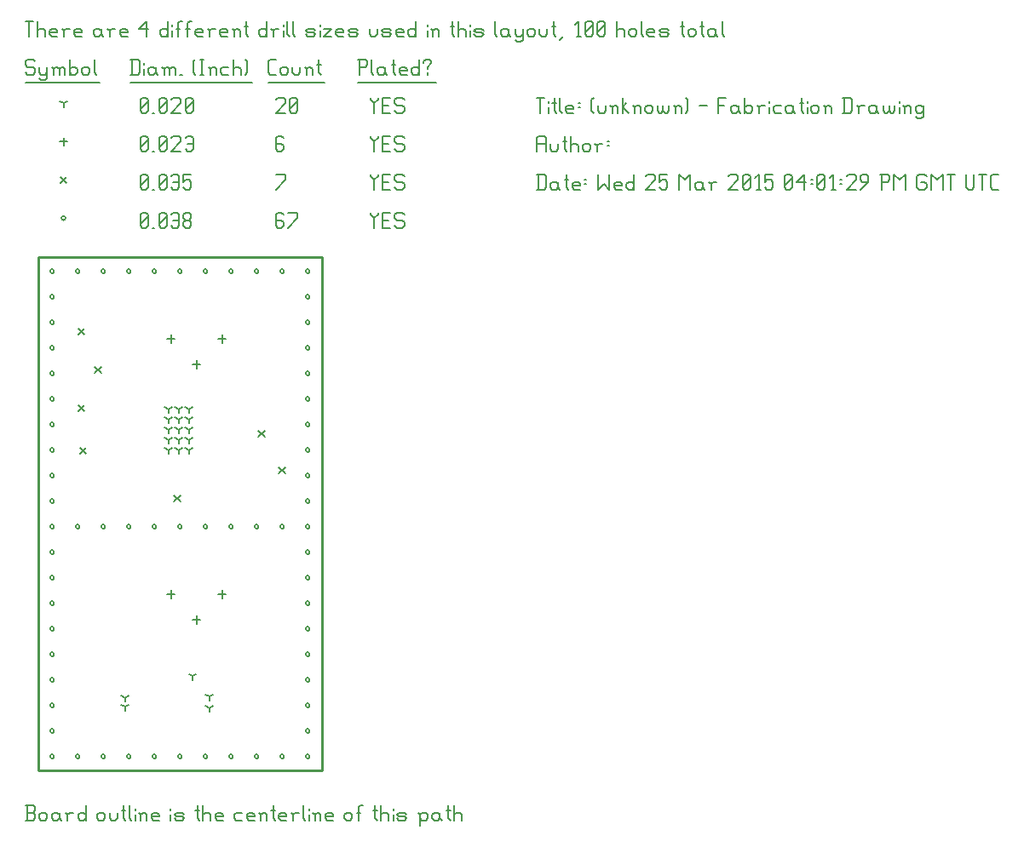
<source format=gbr>
G04 start of page 12 for group -3984 idx -3984 *
G04 Title: (unknown), fab *
G04 Creator: pcb 20140316 *
G04 CreationDate: Wed 25 Mar 2015 04:01:29 PM GMT UTC *
G04 For: fosse *
G04 Format: Gerber/RS-274X *
G04 PCB-Dimensions (mil): 1250.00 2150.00 *
G04 PCB-Coordinate-Origin: lower left *
%MOIN*%
%FSLAX25Y25*%
%LNFAB*%
%ADD77C,0.0100*%
%ADD76C,0.0060*%
%ADD75C,0.0080*%
G54D75*X9700Y205500D02*G75*G03X11300Y205500I800J0D01*G01*
G75*G03X9700Y205500I-800J0D01*G01*
Y195500D02*G75*G03X11300Y195500I800J0D01*G01*
G75*G03X9700Y195500I-800J0D01*G01*
Y185500D02*G75*G03X11300Y185500I800J0D01*G01*
G75*G03X9700Y185500I-800J0D01*G01*
Y175500D02*G75*G03X11300Y175500I800J0D01*G01*
G75*G03X9700Y175500I-800J0D01*G01*
Y165500D02*G75*G03X11300Y165500I800J0D01*G01*
G75*G03X9700Y165500I-800J0D01*G01*
Y155500D02*G75*G03X11300Y155500I800J0D01*G01*
G75*G03X9700Y155500I-800J0D01*G01*
Y145500D02*G75*G03X11300Y145500I800J0D01*G01*
G75*G03X9700Y145500I-800J0D01*G01*
Y135500D02*G75*G03X11300Y135500I800J0D01*G01*
G75*G03X9700Y135500I-800J0D01*G01*
Y125500D02*G75*G03X11300Y125500I800J0D01*G01*
G75*G03X9700Y125500I-800J0D01*G01*
Y115500D02*G75*G03X11300Y115500I800J0D01*G01*
G75*G03X9700Y115500I-800J0D01*G01*
Y105500D02*G75*G03X11300Y105500I800J0D01*G01*
G75*G03X9700Y105500I-800J0D01*G01*
Y95500D02*G75*G03X11300Y95500I800J0D01*G01*
G75*G03X9700Y95500I-800J0D01*G01*
Y85500D02*G75*G03X11300Y85500I800J0D01*G01*
G75*G03X9700Y85500I-800J0D01*G01*
Y75500D02*G75*G03X11300Y75500I800J0D01*G01*
G75*G03X9700Y75500I-800J0D01*G01*
Y65500D02*G75*G03X11300Y65500I800J0D01*G01*
G75*G03X9700Y65500I-800J0D01*G01*
Y55500D02*G75*G03X11300Y55500I800J0D01*G01*
G75*G03X9700Y55500I-800J0D01*G01*
Y45500D02*G75*G03X11300Y45500I800J0D01*G01*
G75*G03X9700Y45500I-800J0D01*G01*
Y35500D02*G75*G03X11300Y35500I800J0D01*G01*
G75*G03X9700Y35500I-800J0D01*G01*
Y25500D02*G75*G03X11300Y25500I800J0D01*G01*
G75*G03X9700Y25500I-800J0D01*G01*
Y15500D02*G75*G03X11300Y15500I800J0D01*G01*
G75*G03X9700Y15500I-800J0D01*G01*
X109700Y205500D02*G75*G03X111300Y205500I800J0D01*G01*
G75*G03X109700Y205500I-800J0D01*G01*
Y195500D02*G75*G03X111300Y195500I800J0D01*G01*
G75*G03X109700Y195500I-800J0D01*G01*
Y185500D02*G75*G03X111300Y185500I800J0D01*G01*
G75*G03X109700Y185500I-800J0D01*G01*
Y175500D02*G75*G03X111300Y175500I800J0D01*G01*
G75*G03X109700Y175500I-800J0D01*G01*
Y165500D02*G75*G03X111300Y165500I800J0D01*G01*
G75*G03X109700Y165500I-800J0D01*G01*
Y155500D02*G75*G03X111300Y155500I800J0D01*G01*
G75*G03X109700Y155500I-800J0D01*G01*
Y145500D02*G75*G03X111300Y145500I800J0D01*G01*
G75*G03X109700Y145500I-800J0D01*G01*
Y135500D02*G75*G03X111300Y135500I800J0D01*G01*
G75*G03X109700Y135500I-800J0D01*G01*
Y125500D02*G75*G03X111300Y125500I800J0D01*G01*
G75*G03X109700Y125500I-800J0D01*G01*
Y115500D02*G75*G03X111300Y115500I800J0D01*G01*
G75*G03X109700Y115500I-800J0D01*G01*
Y105500D02*G75*G03X111300Y105500I800J0D01*G01*
G75*G03X109700Y105500I-800J0D01*G01*
Y95500D02*G75*G03X111300Y95500I800J0D01*G01*
G75*G03X109700Y95500I-800J0D01*G01*
Y85500D02*G75*G03X111300Y85500I800J0D01*G01*
G75*G03X109700Y85500I-800J0D01*G01*
Y75500D02*G75*G03X111300Y75500I800J0D01*G01*
G75*G03X109700Y75500I-800J0D01*G01*
Y65500D02*G75*G03X111300Y65500I800J0D01*G01*
G75*G03X109700Y65500I-800J0D01*G01*
Y55500D02*G75*G03X111300Y55500I800J0D01*G01*
G75*G03X109700Y55500I-800J0D01*G01*
Y45500D02*G75*G03X111300Y45500I800J0D01*G01*
G75*G03X109700Y45500I-800J0D01*G01*
Y35500D02*G75*G03X111300Y35500I800J0D01*G01*
G75*G03X109700Y35500I-800J0D01*G01*
Y25500D02*G75*G03X111300Y25500I800J0D01*G01*
G75*G03X109700Y25500I-800J0D01*G01*
Y15500D02*G75*G03X111300Y15500I800J0D01*G01*
G75*G03X109700Y15500I-800J0D01*G01*
X19700D02*G75*G03X21300Y15500I800J0D01*G01*
G75*G03X19700Y15500I-800J0D01*G01*
X29700D02*G75*G03X31300Y15500I800J0D01*G01*
G75*G03X29700Y15500I-800J0D01*G01*
X39700D02*G75*G03X41300Y15500I800J0D01*G01*
G75*G03X39700Y15500I-800J0D01*G01*
X49700D02*G75*G03X51300Y15500I800J0D01*G01*
G75*G03X49700Y15500I-800J0D01*G01*
X59700D02*G75*G03X61300Y15500I800J0D01*G01*
G75*G03X59700Y15500I-800J0D01*G01*
X69700D02*G75*G03X71300Y15500I800J0D01*G01*
G75*G03X69700Y15500I-800J0D01*G01*
X79700D02*G75*G03X81300Y15500I800J0D01*G01*
G75*G03X79700Y15500I-800J0D01*G01*
X89700D02*G75*G03X91300Y15500I800J0D01*G01*
G75*G03X89700Y15500I-800J0D01*G01*
X99700D02*G75*G03X101300Y15500I800J0D01*G01*
G75*G03X99700Y15500I-800J0D01*G01*
X19700Y105500D02*G75*G03X21300Y105500I800J0D01*G01*
G75*G03X19700Y105500I-800J0D01*G01*
X29700D02*G75*G03X31300Y105500I800J0D01*G01*
G75*G03X29700Y105500I-800J0D01*G01*
X39700D02*G75*G03X41300Y105500I800J0D01*G01*
G75*G03X39700Y105500I-800J0D01*G01*
X49700D02*G75*G03X51300Y105500I800J0D01*G01*
G75*G03X49700Y105500I-800J0D01*G01*
X59700D02*G75*G03X61300Y105500I800J0D01*G01*
G75*G03X59700Y105500I-800J0D01*G01*
X69700D02*G75*G03X71300Y105500I800J0D01*G01*
G75*G03X69700Y105500I-800J0D01*G01*
X79700D02*G75*G03X81300Y105500I800J0D01*G01*
G75*G03X79700Y105500I-800J0D01*G01*
X89700D02*G75*G03X91300Y105500I800J0D01*G01*
G75*G03X89700Y105500I-800J0D01*G01*
X99700D02*G75*G03X101300Y105500I800J0D01*G01*
G75*G03X99700Y105500I-800J0D01*G01*
X19700Y205500D02*G75*G03X21300Y205500I800J0D01*G01*
G75*G03X19700Y205500I-800J0D01*G01*
X29700D02*G75*G03X31300Y205500I800J0D01*G01*
G75*G03X29700Y205500I-800J0D01*G01*
X39700D02*G75*G03X41300Y205500I800J0D01*G01*
G75*G03X39700Y205500I-800J0D01*G01*
X49700D02*G75*G03X51300Y205500I800J0D01*G01*
G75*G03X49700Y205500I-800J0D01*G01*
X59700D02*G75*G03X61300Y205500I800J0D01*G01*
G75*G03X59700Y205500I-800J0D01*G01*
X69700D02*G75*G03X71300Y205500I800J0D01*G01*
G75*G03X69700Y205500I-800J0D01*G01*
X79700D02*G75*G03X81300Y205500I800J0D01*G01*
G75*G03X79700Y205500I-800J0D01*G01*
X89700D02*G75*G03X91300Y205500I800J0D01*G01*
G75*G03X89700Y205500I-800J0D01*G01*
X99700D02*G75*G03X101300Y205500I800J0D01*G01*
G75*G03X99700Y205500I-800J0D01*G01*
X14200Y226250D02*G75*G03X15800Y226250I800J0D01*G01*
G75*G03X14200Y226250I-800J0D01*G01*
G54D76*X135000Y228500D02*Y227750D01*
X136500Y226250D01*
X138000Y227750D01*
Y228500D02*Y227750D01*
X136500Y226250D02*Y222500D01*
X139800Y225500D02*X142050D01*
X139800Y222500D02*X142800D01*
X139800Y228500D02*Y222500D01*
Y228500D02*X142800D01*
X147600D02*X148350Y227750D01*
X145350Y228500D02*X147600D01*
X144600Y227750D02*X145350Y228500D01*
X144600Y227750D02*Y226250D01*
X145350Y225500D01*
X147600D01*
X148350Y224750D01*
Y223250D01*
X147600Y222500D02*X148350Y223250D01*
X145350Y222500D02*X147600D01*
X144600Y223250D02*X145350Y222500D01*
X100250Y228500D02*X101000Y227750D01*
X98750Y228500D02*X100250D01*
X98000Y227750D02*X98750Y228500D01*
X98000Y227750D02*Y223250D01*
X98750Y222500D01*
X100250Y225500D02*X101000Y224750D01*
X98000Y225500D02*X100250D01*
X98750Y222500D02*X100250D01*
X101000Y223250D01*
Y224750D02*Y223250D01*
X102800Y222500D02*X106550Y226250D01*
Y228500D02*Y226250D01*
X102800Y228500D02*X106550D01*
X45000Y223250D02*X45750Y222500D01*
X45000Y227750D02*Y223250D01*
Y227750D02*X45750Y228500D01*
X47250D01*
X48000Y227750D01*
Y223250D01*
X47250Y222500D02*X48000Y223250D01*
X45750Y222500D02*X47250D01*
X45000Y224000D02*X48000Y227000D01*
X49800Y222500D02*X50550D01*
X52350Y223250D02*X53100Y222500D01*
X52350Y227750D02*Y223250D01*
Y227750D02*X53100Y228500D01*
X54600D01*
X55350Y227750D01*
Y223250D01*
X54600Y222500D02*X55350Y223250D01*
X53100Y222500D02*X54600D01*
X52350Y224000D02*X55350Y227000D01*
X57150Y227750D02*X57900Y228500D01*
X59400D01*
X60150Y227750D01*
Y223250D01*
X59400Y222500D02*X60150Y223250D01*
X57900Y222500D02*X59400D01*
X57150Y223250D02*X57900Y222500D01*
Y225500D02*X60150D01*
X61950Y223250D02*X62700Y222500D01*
X61950Y224750D02*Y223250D01*
Y224750D02*X62700Y225500D01*
X64200D01*
X64950Y224750D01*
Y223250D01*
X64200Y222500D02*X64950Y223250D01*
X62700Y222500D02*X64200D01*
X61950Y226250D02*X62700Y225500D01*
X61950Y227750D02*Y226250D01*
Y227750D02*X62700Y228500D01*
X64200D01*
X64950Y227750D01*
Y226250D01*
X64200Y225500D02*X64950Y226250D01*
X20800Y153200D02*X23200Y150800D01*
X20800D02*X23200Y153200D01*
X20800Y183200D02*X23200Y180800D01*
X20800D02*X23200Y183200D01*
X58300Y117700D02*X60700Y115300D01*
X58300D02*X60700Y117700D01*
X21550Y136450D02*X23950Y134050D01*
X21550D02*X23950Y136450D01*
X99300Y128700D02*X101700Y126300D01*
X99300D02*X101700Y128700D01*
X27300Y168200D02*X29700Y165800D01*
X27300D02*X29700Y168200D01*
X91300Y143200D02*X93700Y140800D01*
X91300D02*X93700Y143200D01*
X13800Y242450D02*X16200Y240050D01*
X13800D02*X16200Y242450D01*
X135000Y243500D02*Y242750D01*
X136500Y241250D01*
X138000Y242750D01*
Y243500D02*Y242750D01*
X136500Y241250D02*Y237500D01*
X139800Y240500D02*X142050D01*
X139800Y237500D02*X142800D01*
X139800Y243500D02*Y237500D01*
Y243500D02*X142800D01*
X147600D02*X148350Y242750D01*
X145350Y243500D02*X147600D01*
X144600Y242750D02*X145350Y243500D01*
X144600Y242750D02*Y241250D01*
X145350Y240500D01*
X147600D01*
X148350Y239750D01*
Y238250D01*
X147600Y237500D02*X148350Y238250D01*
X145350Y237500D02*X147600D01*
X144600Y238250D02*X145350Y237500D01*
X98000D02*X101750Y241250D01*
Y243500D02*Y241250D01*
X98000Y243500D02*X101750D01*
X45000Y238250D02*X45750Y237500D01*
X45000Y242750D02*Y238250D01*
Y242750D02*X45750Y243500D01*
X47250D01*
X48000Y242750D01*
Y238250D01*
X47250Y237500D02*X48000Y238250D01*
X45750Y237500D02*X47250D01*
X45000Y239000D02*X48000Y242000D01*
X49800Y237500D02*X50550D01*
X52350Y238250D02*X53100Y237500D01*
X52350Y242750D02*Y238250D01*
Y242750D02*X53100Y243500D01*
X54600D01*
X55350Y242750D01*
Y238250D01*
X54600Y237500D02*X55350Y238250D01*
X53100Y237500D02*X54600D01*
X52350Y239000D02*X55350Y242000D01*
X57150Y242750D02*X57900Y243500D01*
X59400D01*
X60150Y242750D01*
Y238250D01*
X59400Y237500D02*X60150Y238250D01*
X57900Y237500D02*X59400D01*
X57150Y238250D02*X57900Y237500D01*
Y240500D02*X60150D01*
X61950Y243500D02*X64950D01*
X61950D02*Y240500D01*
X62700Y241250D01*
X64200D01*
X64950Y240500D01*
Y238250D01*
X64200Y237500D02*X64950Y238250D01*
X62700Y237500D02*X64200D01*
X61950Y238250D02*X62700Y237500D01*
X57000Y80600D02*Y77400D01*
X55400Y79000D02*X58600D01*
X77000Y80600D02*Y77400D01*
X75400Y79000D02*X78600D01*
X67000Y70600D02*Y67400D01*
X65400Y69000D02*X68600D01*
X57000Y180600D02*Y177400D01*
X55400Y179000D02*X58600D01*
X77000Y180600D02*Y177400D01*
X75400Y179000D02*X78600D01*
X67000Y170600D02*Y167400D01*
X65400Y169000D02*X68600D01*
X15000Y257850D02*Y254650D01*
X13400Y256250D02*X16600D01*
X135000Y258500D02*Y257750D01*
X136500Y256250D01*
X138000Y257750D01*
Y258500D02*Y257750D01*
X136500Y256250D02*Y252500D01*
X139800Y255500D02*X142050D01*
X139800Y252500D02*X142800D01*
X139800Y258500D02*Y252500D01*
Y258500D02*X142800D01*
X147600D02*X148350Y257750D01*
X145350Y258500D02*X147600D01*
X144600Y257750D02*X145350Y258500D01*
X144600Y257750D02*Y256250D01*
X145350Y255500D01*
X147600D01*
X148350Y254750D01*
Y253250D01*
X147600Y252500D02*X148350Y253250D01*
X145350Y252500D02*X147600D01*
X144600Y253250D02*X145350Y252500D01*
X100250Y258500D02*X101000Y257750D01*
X98750Y258500D02*X100250D01*
X98000Y257750D02*X98750Y258500D01*
X98000Y257750D02*Y253250D01*
X98750Y252500D01*
X100250Y255500D02*X101000Y254750D01*
X98000Y255500D02*X100250D01*
X98750Y252500D02*X100250D01*
X101000Y253250D01*
Y254750D02*Y253250D01*
X45000D02*X45750Y252500D01*
X45000Y257750D02*Y253250D01*
Y257750D02*X45750Y258500D01*
X47250D01*
X48000Y257750D01*
Y253250D01*
X47250Y252500D02*X48000Y253250D01*
X45750Y252500D02*X47250D01*
X45000Y254000D02*X48000Y257000D01*
X49800Y252500D02*X50550D01*
X52350Y253250D02*X53100Y252500D01*
X52350Y257750D02*Y253250D01*
Y257750D02*X53100Y258500D01*
X54600D01*
X55350Y257750D01*
Y253250D01*
X54600Y252500D02*X55350Y253250D01*
X53100Y252500D02*X54600D01*
X52350Y254000D02*X55350Y257000D01*
X57150Y257750D02*X57900Y258500D01*
X60150D01*
X60900Y257750D01*
Y256250D01*
X57150Y252500D02*X60900Y256250D01*
X57150Y252500D02*X60900D01*
X62700Y257750D02*X63450Y258500D01*
X64950D01*
X65700Y257750D01*
Y253250D01*
X64950Y252500D02*X65700Y253250D01*
X63450Y252500D02*X64950D01*
X62700Y253250D02*X63450Y252500D01*
Y255500D02*X65700D01*
X64000Y151500D02*Y149900D01*
Y151500D02*X65387Y152300D01*
X64000Y151500D02*X62613Y152300D01*
X60000Y151500D02*Y149900D01*
Y151500D02*X61387Y152300D01*
X60000Y151500D02*X58613Y152300D01*
X56000Y151500D02*Y149900D01*
Y151500D02*X57387Y152300D01*
X56000Y151500D02*X54613Y152300D01*
X56000Y147500D02*Y145900D01*
Y147500D02*X57387Y148300D01*
X56000Y147500D02*X54613Y148300D01*
X60000Y147500D02*Y145900D01*
Y147500D02*X61387Y148300D01*
X60000Y147500D02*X58613Y148300D01*
X64000Y147500D02*Y145900D01*
Y147500D02*X65387Y148300D01*
X64000Y147500D02*X62613Y148300D01*
X64000Y143500D02*Y141900D01*
Y143500D02*X65387Y144300D01*
X64000Y143500D02*X62613Y144300D01*
X60000Y143500D02*Y141900D01*
Y143500D02*X61387Y144300D01*
X60000Y143500D02*X58613Y144300D01*
X56000Y143500D02*Y141900D01*
Y143500D02*X57387Y144300D01*
X56000Y143500D02*X54613Y144300D01*
X56000Y139500D02*Y137900D01*
Y139500D02*X57387Y140300D01*
X56000Y139500D02*X54613Y140300D01*
X60000Y139500D02*Y137900D01*
Y139500D02*X61387Y140300D01*
X60000Y139500D02*X58613Y140300D01*
X64000Y139500D02*Y137900D01*
Y139500D02*X65387Y140300D01*
X64000Y139500D02*X62613Y140300D01*
X64000Y135500D02*Y133900D01*
Y135500D02*X65387Y136300D01*
X64000Y135500D02*X62613Y136300D01*
X60000Y135500D02*Y133900D01*
Y135500D02*X61387Y136300D01*
X60000Y135500D02*X58613Y136300D01*
X56000Y135500D02*Y133900D01*
Y135500D02*X57387Y136300D01*
X56000Y135500D02*X54613Y136300D01*
X72000Y39000D02*Y37400D01*
Y39000D02*X73387Y39800D01*
X72000Y39000D02*X70613Y39800D01*
X39000Y35000D02*Y33400D01*
Y35000D02*X40387Y35800D01*
X39000Y35000D02*X37613Y35800D01*
X39000Y38500D02*Y36900D01*
Y38500D02*X40387Y39300D01*
X39000Y38500D02*X37613Y39300D01*
X72000Y34500D02*Y32900D01*
Y34500D02*X73387Y35300D01*
X72000Y34500D02*X70613Y35300D01*
X65500Y47000D02*Y45400D01*
Y47000D02*X66887Y47800D01*
X65500Y47000D02*X64113Y47800D01*
X15000Y271250D02*Y269650D01*
Y271250D02*X16387Y272050D01*
X15000Y271250D02*X13613Y272050D01*
X135000Y273500D02*Y272750D01*
X136500Y271250D01*
X138000Y272750D01*
Y273500D02*Y272750D01*
X136500Y271250D02*Y267500D01*
X139800Y270500D02*X142050D01*
X139800Y267500D02*X142800D01*
X139800Y273500D02*Y267500D01*
Y273500D02*X142800D01*
X147600D02*X148350Y272750D01*
X145350Y273500D02*X147600D01*
X144600Y272750D02*X145350Y273500D01*
X144600Y272750D02*Y271250D01*
X145350Y270500D01*
X147600D01*
X148350Y269750D01*
Y268250D01*
X147600Y267500D02*X148350Y268250D01*
X145350Y267500D02*X147600D01*
X144600Y268250D02*X145350Y267500D01*
X98000Y272750D02*X98750Y273500D01*
X101000D01*
X101750Y272750D01*
Y271250D01*
X98000Y267500D02*X101750Y271250D01*
X98000Y267500D02*X101750D01*
X103550Y268250D02*X104300Y267500D01*
X103550Y272750D02*Y268250D01*
Y272750D02*X104300Y273500D01*
X105800D01*
X106550Y272750D01*
Y268250D01*
X105800Y267500D02*X106550Y268250D01*
X104300Y267500D02*X105800D01*
X103550Y269000D02*X106550Y272000D01*
X45000Y268250D02*X45750Y267500D01*
X45000Y272750D02*Y268250D01*
Y272750D02*X45750Y273500D01*
X47250D01*
X48000Y272750D01*
Y268250D01*
X47250Y267500D02*X48000Y268250D01*
X45750Y267500D02*X47250D01*
X45000Y269000D02*X48000Y272000D01*
X49800Y267500D02*X50550D01*
X52350Y268250D02*X53100Y267500D01*
X52350Y272750D02*Y268250D01*
Y272750D02*X53100Y273500D01*
X54600D01*
X55350Y272750D01*
Y268250D01*
X54600Y267500D02*X55350Y268250D01*
X53100Y267500D02*X54600D01*
X52350Y269000D02*X55350Y272000D01*
X57150Y272750D02*X57900Y273500D01*
X60150D01*
X60900Y272750D01*
Y271250D01*
X57150Y267500D02*X60900Y271250D01*
X57150Y267500D02*X60900D01*
X62700Y268250D02*X63450Y267500D01*
X62700Y272750D02*Y268250D01*
Y272750D02*X63450Y273500D01*
X64950D01*
X65700Y272750D01*
Y268250D01*
X64950Y267500D02*X65700Y268250D01*
X63450Y267500D02*X64950D01*
X62700Y269000D02*X65700Y272000D01*
X3000Y288500D02*X3750Y287750D01*
X750Y288500D02*X3000D01*
X0Y287750D02*X750Y288500D01*
X0Y287750D02*Y286250D01*
X750Y285500D01*
X3000D01*
X3750Y284750D01*
Y283250D01*
X3000Y282500D02*X3750Y283250D01*
X750Y282500D02*X3000D01*
X0Y283250D02*X750Y282500D01*
X5550Y285500D02*Y283250D01*
X6300Y282500D01*
X8550Y285500D02*Y281000D01*
X7800Y280250D02*X8550Y281000D01*
X6300Y280250D02*X7800D01*
X5550Y281000D02*X6300Y280250D01*
Y282500D02*X7800D01*
X8550Y283250D01*
X11100Y284750D02*Y282500D01*
Y284750D02*X11850Y285500D01*
X12600D01*
X13350Y284750D01*
Y282500D01*
Y284750D02*X14100Y285500D01*
X14850D01*
X15600Y284750D01*
Y282500D01*
X10350Y285500D02*X11100Y284750D01*
X17400Y288500D02*Y282500D01*
Y283250D02*X18150Y282500D01*
X19650D01*
X20400Y283250D01*
Y284750D02*Y283250D01*
X19650Y285500D02*X20400Y284750D01*
X18150Y285500D02*X19650D01*
X17400Y284750D02*X18150Y285500D01*
X22200Y284750D02*Y283250D01*
Y284750D02*X22950Y285500D01*
X24450D01*
X25200Y284750D01*
Y283250D01*
X24450Y282500D02*X25200Y283250D01*
X22950Y282500D02*X24450D01*
X22200Y283250D02*X22950Y282500D01*
X27000Y288500D02*Y283250D01*
X27750Y282500D01*
X0Y279250D02*X29250D01*
X41750Y288500D02*Y282500D01*
X44000Y288500D02*X44750Y287750D01*
Y283250D01*
X44000Y282500D02*X44750Y283250D01*
X41000Y282500D02*X44000D01*
X41000Y288500D02*X44000D01*
X46550Y287000D02*Y286250D01*
Y284750D02*Y282500D01*
X50300Y285500D02*X51050Y284750D01*
X48800Y285500D02*X50300D01*
X48050Y284750D02*X48800Y285500D01*
X48050Y284750D02*Y283250D01*
X48800Y282500D01*
X51050Y285500D02*Y283250D01*
X51800Y282500D01*
X48800D02*X50300D01*
X51050Y283250D01*
X54350Y284750D02*Y282500D01*
Y284750D02*X55100Y285500D01*
X55850D01*
X56600Y284750D01*
Y282500D01*
Y284750D02*X57350Y285500D01*
X58100D01*
X58850Y284750D01*
Y282500D01*
X53600Y285500D02*X54350Y284750D01*
X60650Y282500D02*X61400D01*
X65900Y283250D02*X66650Y282500D01*
X65900Y287750D02*X66650Y288500D01*
X65900Y287750D02*Y283250D01*
X68450Y288500D02*X69950D01*
X69200D02*Y282500D01*
X68450D02*X69950D01*
X72500Y284750D02*Y282500D01*
Y284750D02*X73250Y285500D01*
X74000D01*
X74750Y284750D01*
Y282500D01*
X71750Y285500D02*X72500Y284750D01*
X77300Y285500D02*X79550D01*
X76550Y284750D02*X77300Y285500D01*
X76550Y284750D02*Y283250D01*
X77300Y282500D01*
X79550D01*
X81350Y288500D02*Y282500D01*
Y284750D02*X82100Y285500D01*
X83600D01*
X84350Y284750D01*
Y282500D01*
X86150Y288500D02*X86900Y287750D01*
Y283250D01*
X86150Y282500D02*X86900Y283250D01*
X41000Y279250D02*X88700D01*
X95750Y282500D02*X98000D01*
X95000Y283250D02*X95750Y282500D01*
X95000Y287750D02*Y283250D01*
Y287750D02*X95750Y288500D01*
X98000D01*
X99800Y284750D02*Y283250D01*
Y284750D02*X100550Y285500D01*
X102050D01*
X102800Y284750D01*
Y283250D01*
X102050Y282500D02*X102800Y283250D01*
X100550Y282500D02*X102050D01*
X99800Y283250D02*X100550Y282500D01*
X104600Y285500D02*Y283250D01*
X105350Y282500D01*
X106850D01*
X107600Y283250D01*
Y285500D02*Y283250D01*
X110150Y284750D02*Y282500D01*
Y284750D02*X110900Y285500D01*
X111650D01*
X112400Y284750D01*
Y282500D01*
X109400Y285500D02*X110150Y284750D01*
X114950Y288500D02*Y283250D01*
X115700Y282500D01*
X114200Y286250D02*X115700D01*
X95000Y279250D02*X117200D01*
X130750Y288500D02*Y282500D01*
X130000Y288500D02*X133000D01*
X133750Y287750D01*
Y286250D01*
X133000Y285500D02*X133750Y286250D01*
X130750Y285500D02*X133000D01*
X135550Y288500D02*Y283250D01*
X136300Y282500D01*
X140050Y285500D02*X140800Y284750D01*
X138550Y285500D02*X140050D01*
X137800Y284750D02*X138550Y285500D01*
X137800Y284750D02*Y283250D01*
X138550Y282500D01*
X140800Y285500D02*Y283250D01*
X141550Y282500D01*
X138550D02*X140050D01*
X140800Y283250D01*
X144100Y288500D02*Y283250D01*
X144850Y282500D01*
X143350Y286250D02*X144850D01*
X147100Y282500D02*X149350D01*
X146350Y283250D02*X147100Y282500D01*
X146350Y284750D02*Y283250D01*
Y284750D02*X147100Y285500D01*
X148600D01*
X149350Y284750D01*
X146350Y284000D02*X149350D01*
Y284750D02*Y284000D01*
X154150Y288500D02*Y282500D01*
X153400D02*X154150Y283250D01*
X151900Y282500D02*X153400D01*
X151150Y283250D02*X151900Y282500D01*
X151150Y284750D02*Y283250D01*
Y284750D02*X151900Y285500D01*
X153400D01*
X154150Y284750D01*
X157450Y285500D02*Y284750D01*
Y283250D02*Y282500D01*
X155950Y287750D02*Y287000D01*
Y287750D02*X156700Y288500D01*
X158200D01*
X158950Y287750D01*
Y287000D01*
X157450Y285500D02*X158950Y287000D01*
X130000Y279250D02*X160750D01*
X0Y303500D02*X3000D01*
X1500D02*Y297500D01*
X4800Y303500D02*Y297500D01*
Y299750D02*X5550Y300500D01*
X7050D01*
X7800Y299750D01*
Y297500D01*
X10350D02*X12600D01*
X9600Y298250D02*X10350Y297500D01*
X9600Y299750D02*Y298250D01*
Y299750D02*X10350Y300500D01*
X11850D01*
X12600Y299750D01*
X9600Y299000D02*X12600D01*
Y299750D02*Y299000D01*
X15150Y299750D02*Y297500D01*
Y299750D02*X15900Y300500D01*
X17400D01*
X14400D02*X15150Y299750D01*
X19950Y297500D02*X22200D01*
X19200Y298250D02*X19950Y297500D01*
X19200Y299750D02*Y298250D01*
Y299750D02*X19950Y300500D01*
X21450D01*
X22200Y299750D01*
X19200Y299000D02*X22200D01*
Y299750D02*Y299000D01*
X28950Y300500D02*X29700Y299750D01*
X27450Y300500D02*X28950D01*
X26700Y299750D02*X27450Y300500D01*
X26700Y299750D02*Y298250D01*
X27450Y297500D01*
X29700Y300500D02*Y298250D01*
X30450Y297500D01*
X27450D02*X28950D01*
X29700Y298250D01*
X33000Y299750D02*Y297500D01*
Y299750D02*X33750Y300500D01*
X35250D01*
X32250D02*X33000Y299750D01*
X37800Y297500D02*X40050D01*
X37050Y298250D02*X37800Y297500D01*
X37050Y299750D02*Y298250D01*
Y299750D02*X37800Y300500D01*
X39300D01*
X40050Y299750D01*
X37050Y299000D02*X40050D01*
Y299750D02*Y299000D01*
X44550Y300500D02*X47550Y303500D01*
X44550Y300500D02*X48300D01*
X47550Y303500D02*Y297500D01*
X55800Y303500D02*Y297500D01*
X55050D02*X55800Y298250D01*
X53550Y297500D02*X55050D01*
X52800Y298250D02*X53550Y297500D01*
X52800Y299750D02*Y298250D01*
Y299750D02*X53550Y300500D01*
X55050D01*
X55800Y299750D01*
X57600Y302000D02*Y301250D01*
Y299750D02*Y297500D01*
X59850Y302750D02*Y297500D01*
Y302750D02*X60600Y303500D01*
X61350D01*
X59100Y300500D02*X60600D01*
X63600Y302750D02*Y297500D01*
Y302750D02*X64350Y303500D01*
X65100D01*
X62850Y300500D02*X64350D01*
X67350Y297500D02*X69600D01*
X66600Y298250D02*X67350Y297500D01*
X66600Y299750D02*Y298250D01*
Y299750D02*X67350Y300500D01*
X68850D01*
X69600Y299750D01*
X66600Y299000D02*X69600D01*
Y299750D02*Y299000D01*
X72150Y299750D02*Y297500D01*
Y299750D02*X72900Y300500D01*
X74400D01*
X71400D02*X72150Y299750D01*
X76950Y297500D02*X79200D01*
X76200Y298250D02*X76950Y297500D01*
X76200Y299750D02*Y298250D01*
Y299750D02*X76950Y300500D01*
X78450D01*
X79200Y299750D01*
X76200Y299000D02*X79200D01*
Y299750D02*Y299000D01*
X81750Y299750D02*Y297500D01*
Y299750D02*X82500Y300500D01*
X83250D01*
X84000Y299750D01*
Y297500D01*
X81000Y300500D02*X81750Y299750D01*
X86550Y303500D02*Y298250D01*
X87300Y297500D01*
X85800Y301250D02*X87300D01*
X94500Y303500D02*Y297500D01*
X93750D02*X94500Y298250D01*
X92250Y297500D02*X93750D01*
X91500Y298250D02*X92250Y297500D01*
X91500Y299750D02*Y298250D01*
Y299750D02*X92250Y300500D01*
X93750D01*
X94500Y299750D01*
X97050D02*Y297500D01*
Y299750D02*X97800Y300500D01*
X99300D01*
X96300D02*X97050Y299750D01*
X101100Y302000D02*Y301250D01*
Y299750D02*Y297500D01*
X102600Y303500D02*Y298250D01*
X103350Y297500D01*
X104850Y303500D02*Y298250D01*
X105600Y297500D01*
X110550D02*X112800D01*
X113550Y298250D01*
X112800Y299000D02*X113550Y298250D01*
X110550Y299000D02*X112800D01*
X109800Y299750D02*X110550Y299000D01*
X109800Y299750D02*X110550Y300500D01*
X112800D01*
X113550Y299750D01*
X109800Y298250D02*X110550Y297500D01*
X115350Y302000D02*Y301250D01*
Y299750D02*Y297500D01*
X116850Y300500D02*X119850D01*
X116850Y297500D02*X119850Y300500D01*
X116850Y297500D02*X119850D01*
X122400D02*X124650D01*
X121650Y298250D02*X122400Y297500D01*
X121650Y299750D02*Y298250D01*
Y299750D02*X122400Y300500D01*
X123900D01*
X124650Y299750D01*
X121650Y299000D02*X124650D01*
Y299750D02*Y299000D01*
X127200Y297500D02*X129450D01*
X130200Y298250D01*
X129450Y299000D02*X130200Y298250D01*
X127200Y299000D02*X129450D01*
X126450Y299750D02*X127200Y299000D01*
X126450Y299750D02*X127200Y300500D01*
X129450D01*
X130200Y299750D01*
X126450Y298250D02*X127200Y297500D01*
X134700Y300500D02*Y298250D01*
X135450Y297500D01*
X136950D01*
X137700Y298250D01*
Y300500D02*Y298250D01*
X140250Y297500D02*X142500D01*
X143250Y298250D01*
X142500Y299000D02*X143250Y298250D01*
X140250Y299000D02*X142500D01*
X139500Y299750D02*X140250Y299000D01*
X139500Y299750D02*X140250Y300500D01*
X142500D01*
X143250Y299750D01*
X139500Y298250D02*X140250Y297500D01*
X145800D02*X148050D01*
X145050Y298250D02*X145800Y297500D01*
X145050Y299750D02*Y298250D01*
Y299750D02*X145800Y300500D01*
X147300D01*
X148050Y299750D01*
X145050Y299000D02*X148050D01*
Y299750D02*Y299000D01*
X152850Y303500D02*Y297500D01*
X152100D02*X152850Y298250D01*
X150600Y297500D02*X152100D01*
X149850Y298250D02*X150600Y297500D01*
X149850Y299750D02*Y298250D01*
Y299750D02*X150600Y300500D01*
X152100D01*
X152850Y299750D01*
X157350Y302000D02*Y301250D01*
Y299750D02*Y297500D01*
X159600Y299750D02*Y297500D01*
Y299750D02*X160350Y300500D01*
X161100D01*
X161850Y299750D01*
Y297500D01*
X158850Y300500D02*X159600Y299750D01*
X167100Y303500D02*Y298250D01*
X167850Y297500D01*
X166350Y301250D02*X167850D01*
X169350Y303500D02*Y297500D01*
Y299750D02*X170100Y300500D01*
X171600D01*
X172350Y299750D01*
Y297500D01*
X174150Y302000D02*Y301250D01*
Y299750D02*Y297500D01*
X176400D02*X178650D01*
X179400Y298250D01*
X178650Y299000D02*X179400Y298250D01*
X176400Y299000D02*X178650D01*
X175650Y299750D02*X176400Y299000D01*
X175650Y299750D02*X176400Y300500D01*
X178650D01*
X179400Y299750D01*
X175650Y298250D02*X176400Y297500D01*
X183900Y303500D02*Y298250D01*
X184650Y297500D01*
X188400Y300500D02*X189150Y299750D01*
X186900Y300500D02*X188400D01*
X186150Y299750D02*X186900Y300500D01*
X186150Y299750D02*Y298250D01*
X186900Y297500D01*
X189150Y300500D02*Y298250D01*
X189900Y297500D01*
X186900D02*X188400D01*
X189150Y298250D01*
X191700Y300500D02*Y298250D01*
X192450Y297500D01*
X194700Y300500D02*Y296000D01*
X193950Y295250D02*X194700Y296000D01*
X192450Y295250D02*X193950D01*
X191700Y296000D02*X192450Y295250D01*
Y297500D02*X193950D01*
X194700Y298250D01*
X196500Y299750D02*Y298250D01*
Y299750D02*X197250Y300500D01*
X198750D01*
X199500Y299750D01*
Y298250D01*
X198750Y297500D02*X199500Y298250D01*
X197250Y297500D02*X198750D01*
X196500Y298250D02*X197250Y297500D01*
X201300Y300500D02*Y298250D01*
X202050Y297500D01*
X203550D01*
X204300Y298250D01*
Y300500D02*Y298250D01*
X206850Y303500D02*Y298250D01*
X207600Y297500D01*
X206100Y301250D02*X207600D01*
X209100Y296000D02*X210600Y297500D01*
X215850D02*X217350D01*
X216600Y303500D02*Y297500D01*
X215100Y302000D02*X216600Y303500D01*
X219150Y298250D02*X219900Y297500D01*
X219150Y302750D02*Y298250D01*
Y302750D02*X219900Y303500D01*
X221400D01*
X222150Y302750D01*
Y298250D01*
X221400Y297500D02*X222150Y298250D01*
X219900Y297500D02*X221400D01*
X219150Y299000D02*X222150Y302000D01*
X223950Y298250D02*X224700Y297500D01*
X223950Y302750D02*Y298250D01*
Y302750D02*X224700Y303500D01*
X226200D01*
X226950Y302750D01*
Y298250D01*
X226200Y297500D02*X226950Y298250D01*
X224700Y297500D02*X226200D01*
X223950Y299000D02*X226950Y302000D01*
X231450Y303500D02*Y297500D01*
Y299750D02*X232200Y300500D01*
X233700D01*
X234450Y299750D01*
Y297500D01*
X236250Y299750D02*Y298250D01*
Y299750D02*X237000Y300500D01*
X238500D01*
X239250Y299750D01*
Y298250D01*
X238500Y297500D02*X239250Y298250D01*
X237000Y297500D02*X238500D01*
X236250Y298250D02*X237000Y297500D01*
X241050Y303500D02*Y298250D01*
X241800Y297500D01*
X244050D02*X246300D01*
X243300Y298250D02*X244050Y297500D01*
X243300Y299750D02*Y298250D01*
Y299750D02*X244050Y300500D01*
X245550D01*
X246300Y299750D01*
X243300Y299000D02*X246300D01*
Y299750D02*Y299000D01*
X248850Y297500D02*X251100D01*
X251850Y298250D01*
X251100Y299000D02*X251850Y298250D01*
X248850Y299000D02*X251100D01*
X248100Y299750D02*X248850Y299000D01*
X248100Y299750D02*X248850Y300500D01*
X251100D01*
X251850Y299750D01*
X248100Y298250D02*X248850Y297500D01*
X257100Y303500D02*Y298250D01*
X257850Y297500D01*
X256350Y301250D02*X257850D01*
X259350Y299750D02*Y298250D01*
Y299750D02*X260100Y300500D01*
X261600D01*
X262350Y299750D01*
Y298250D01*
X261600Y297500D02*X262350Y298250D01*
X260100Y297500D02*X261600D01*
X259350Y298250D02*X260100Y297500D01*
X264900Y303500D02*Y298250D01*
X265650Y297500D01*
X264150Y301250D02*X265650D01*
X269400Y300500D02*X270150Y299750D01*
X267900Y300500D02*X269400D01*
X267150Y299750D02*X267900Y300500D01*
X267150Y299750D02*Y298250D01*
X267900Y297500D01*
X270150Y300500D02*Y298250D01*
X270900Y297500D01*
X267900D02*X269400D01*
X270150Y298250D01*
X272700Y303500D02*Y298250D01*
X273450Y297500D01*
G54D77*X5000Y211000D02*X116000D01*
Y10000D01*
X5000D01*
Y211000D01*
G54D76*X0Y-9500D02*X3000D01*
X3750Y-8750D01*
Y-7250D02*Y-8750D01*
X3000Y-6500D02*X3750Y-7250D01*
X750Y-6500D02*X3000D01*
X750Y-3500D02*Y-9500D01*
X0Y-3500D02*X3000D01*
X3750Y-4250D01*
Y-5750D01*
X3000Y-6500D02*X3750Y-5750D01*
X5550Y-7250D02*Y-8750D01*
Y-7250D02*X6300Y-6500D01*
X7800D01*
X8550Y-7250D01*
Y-8750D01*
X7800Y-9500D02*X8550Y-8750D01*
X6300Y-9500D02*X7800D01*
X5550Y-8750D02*X6300Y-9500D01*
X12600Y-6500D02*X13350Y-7250D01*
X11100Y-6500D02*X12600D01*
X10350Y-7250D02*X11100Y-6500D01*
X10350Y-7250D02*Y-8750D01*
X11100Y-9500D01*
X13350Y-6500D02*Y-8750D01*
X14100Y-9500D01*
X11100D02*X12600D01*
X13350Y-8750D01*
X16650Y-7250D02*Y-9500D01*
Y-7250D02*X17400Y-6500D01*
X18900D01*
X15900D02*X16650Y-7250D01*
X23700Y-3500D02*Y-9500D01*
X22950D02*X23700Y-8750D01*
X21450Y-9500D02*X22950D01*
X20700Y-8750D02*X21450Y-9500D01*
X20700Y-7250D02*Y-8750D01*
Y-7250D02*X21450Y-6500D01*
X22950D01*
X23700Y-7250D01*
X28200D02*Y-8750D01*
Y-7250D02*X28950Y-6500D01*
X30450D01*
X31200Y-7250D01*
Y-8750D01*
X30450Y-9500D02*X31200Y-8750D01*
X28950Y-9500D02*X30450D01*
X28200Y-8750D02*X28950Y-9500D01*
X33000Y-6500D02*Y-8750D01*
X33750Y-9500D01*
X35250D01*
X36000Y-8750D01*
Y-6500D02*Y-8750D01*
X38550Y-3500D02*Y-8750D01*
X39300Y-9500D01*
X37800Y-5750D02*X39300D01*
X40800Y-3500D02*Y-8750D01*
X41550Y-9500D01*
X43050Y-5000D02*Y-5750D01*
Y-7250D02*Y-9500D01*
X45300Y-7250D02*Y-9500D01*
Y-7250D02*X46050Y-6500D01*
X46800D01*
X47550Y-7250D01*
Y-9500D01*
X44550Y-6500D02*X45300Y-7250D01*
X50100Y-9500D02*X52350D01*
X49350Y-8750D02*X50100Y-9500D01*
X49350Y-7250D02*Y-8750D01*
Y-7250D02*X50100Y-6500D01*
X51600D01*
X52350Y-7250D01*
X49350Y-8000D02*X52350D01*
Y-7250D02*Y-8000D01*
X56850Y-5000D02*Y-5750D01*
Y-7250D02*Y-9500D01*
X59100D02*X61350D01*
X62100Y-8750D01*
X61350Y-8000D02*X62100Y-8750D01*
X59100Y-8000D02*X61350D01*
X58350Y-7250D02*X59100Y-8000D01*
X58350Y-7250D02*X59100Y-6500D01*
X61350D01*
X62100Y-7250D01*
X58350Y-8750D02*X59100Y-9500D01*
X67350Y-3500D02*Y-8750D01*
X68100Y-9500D01*
X66600Y-5750D02*X68100D01*
X69600Y-3500D02*Y-9500D01*
Y-7250D02*X70350Y-6500D01*
X71850D01*
X72600Y-7250D01*
Y-9500D01*
X75150D02*X77400D01*
X74400Y-8750D02*X75150Y-9500D01*
X74400Y-7250D02*Y-8750D01*
Y-7250D02*X75150Y-6500D01*
X76650D01*
X77400Y-7250D01*
X74400Y-8000D02*X77400D01*
Y-7250D02*Y-8000D01*
X82650Y-6500D02*X84900D01*
X81900Y-7250D02*X82650Y-6500D01*
X81900Y-7250D02*Y-8750D01*
X82650Y-9500D01*
X84900D01*
X87450D02*X89700D01*
X86700Y-8750D02*X87450Y-9500D01*
X86700Y-7250D02*Y-8750D01*
Y-7250D02*X87450Y-6500D01*
X88950D01*
X89700Y-7250D01*
X86700Y-8000D02*X89700D01*
Y-7250D02*Y-8000D01*
X92250Y-7250D02*Y-9500D01*
Y-7250D02*X93000Y-6500D01*
X93750D01*
X94500Y-7250D01*
Y-9500D01*
X91500Y-6500D02*X92250Y-7250D01*
X97050Y-3500D02*Y-8750D01*
X97800Y-9500D01*
X96300Y-5750D02*X97800D01*
X100050Y-9500D02*X102300D01*
X99300Y-8750D02*X100050Y-9500D01*
X99300Y-7250D02*Y-8750D01*
Y-7250D02*X100050Y-6500D01*
X101550D01*
X102300Y-7250D01*
X99300Y-8000D02*X102300D01*
Y-7250D02*Y-8000D01*
X104850Y-7250D02*Y-9500D01*
Y-7250D02*X105600Y-6500D01*
X107100D01*
X104100D02*X104850Y-7250D01*
X108900Y-3500D02*Y-8750D01*
X109650Y-9500D01*
X111150Y-5000D02*Y-5750D01*
Y-7250D02*Y-9500D01*
X113400Y-7250D02*Y-9500D01*
Y-7250D02*X114150Y-6500D01*
X114900D01*
X115650Y-7250D01*
Y-9500D01*
X112650Y-6500D02*X113400Y-7250D01*
X118200Y-9500D02*X120450D01*
X117450Y-8750D02*X118200Y-9500D01*
X117450Y-7250D02*Y-8750D01*
Y-7250D02*X118200Y-6500D01*
X119700D01*
X120450Y-7250D01*
X117450Y-8000D02*X120450D01*
Y-7250D02*Y-8000D01*
X124950Y-7250D02*Y-8750D01*
Y-7250D02*X125700Y-6500D01*
X127200D01*
X127950Y-7250D01*
Y-8750D01*
X127200Y-9500D02*X127950Y-8750D01*
X125700Y-9500D02*X127200D01*
X124950Y-8750D02*X125700Y-9500D01*
X130500Y-4250D02*Y-9500D01*
Y-4250D02*X131250Y-3500D01*
X132000D01*
X129750Y-6500D02*X131250D01*
X136950Y-3500D02*Y-8750D01*
X137700Y-9500D01*
X136200Y-5750D02*X137700D01*
X139200Y-3500D02*Y-9500D01*
Y-7250D02*X139950Y-6500D01*
X141450D01*
X142200Y-7250D01*
Y-9500D01*
X144000Y-5000D02*Y-5750D01*
Y-7250D02*Y-9500D01*
X146250D02*X148500D01*
X149250Y-8750D01*
X148500Y-8000D02*X149250Y-8750D01*
X146250Y-8000D02*X148500D01*
X145500Y-7250D02*X146250Y-8000D01*
X145500Y-7250D02*X146250Y-6500D01*
X148500D01*
X149250Y-7250D01*
X145500Y-8750D02*X146250Y-9500D01*
X154500Y-7250D02*Y-11750D01*
X153750Y-6500D02*X154500Y-7250D01*
X155250Y-6500D01*
X156750D01*
X157500Y-7250D01*
Y-8750D01*
X156750Y-9500D02*X157500Y-8750D01*
X155250Y-9500D02*X156750D01*
X154500Y-8750D02*X155250Y-9500D01*
X161550Y-6500D02*X162300Y-7250D01*
X160050Y-6500D02*X161550D01*
X159300Y-7250D02*X160050Y-6500D01*
X159300Y-7250D02*Y-8750D01*
X160050Y-9500D01*
X162300Y-6500D02*Y-8750D01*
X163050Y-9500D01*
X160050D02*X161550D01*
X162300Y-8750D01*
X165600Y-3500D02*Y-8750D01*
X166350Y-9500D01*
X164850Y-5750D02*X166350D01*
X167850Y-3500D02*Y-9500D01*
Y-7250D02*X168600Y-6500D01*
X170100D01*
X170850Y-7250D01*
Y-9500D01*
X200750Y243500D02*Y237500D01*
X203000Y243500D02*X203750Y242750D01*
Y238250D01*
X203000Y237500D02*X203750Y238250D01*
X200000Y237500D02*X203000D01*
X200000Y243500D02*X203000D01*
X207800Y240500D02*X208550Y239750D01*
X206300Y240500D02*X207800D01*
X205550Y239750D02*X206300Y240500D01*
X205550Y239750D02*Y238250D01*
X206300Y237500D01*
X208550Y240500D02*Y238250D01*
X209300Y237500D01*
X206300D02*X207800D01*
X208550Y238250D01*
X211850Y243500D02*Y238250D01*
X212600Y237500D01*
X211100Y241250D02*X212600D01*
X214850Y237500D02*X217100D01*
X214100Y238250D02*X214850Y237500D01*
X214100Y239750D02*Y238250D01*
Y239750D02*X214850Y240500D01*
X216350D01*
X217100Y239750D01*
X214100Y239000D02*X217100D01*
Y239750D02*Y239000D01*
X218900Y241250D02*X219650D01*
X218900Y239750D02*X219650D01*
X224150Y243500D02*Y237500D01*
X226400Y239750D01*
X228650Y237500D01*
Y243500D02*Y237500D01*
X231200D02*X233450D01*
X230450Y238250D02*X231200Y237500D01*
X230450Y239750D02*Y238250D01*
Y239750D02*X231200Y240500D01*
X232700D01*
X233450Y239750D01*
X230450Y239000D02*X233450D01*
Y239750D02*Y239000D01*
X238250Y243500D02*Y237500D01*
X237500D02*X238250Y238250D01*
X236000Y237500D02*X237500D01*
X235250Y238250D02*X236000Y237500D01*
X235250Y239750D02*Y238250D01*
Y239750D02*X236000Y240500D01*
X237500D01*
X238250Y239750D01*
X242750Y242750D02*X243500Y243500D01*
X245750D01*
X246500Y242750D01*
Y241250D01*
X242750Y237500D02*X246500Y241250D01*
X242750Y237500D02*X246500D01*
X248300Y243500D02*X251300D01*
X248300D02*Y240500D01*
X249050Y241250D01*
X250550D01*
X251300Y240500D01*
Y238250D01*
X250550Y237500D02*X251300Y238250D01*
X249050Y237500D02*X250550D01*
X248300Y238250D02*X249050Y237500D01*
X255800Y243500D02*Y237500D01*
Y243500D02*X258050Y241250D01*
X260300Y243500D01*
Y237500D01*
X264350Y240500D02*X265100Y239750D01*
X262850Y240500D02*X264350D01*
X262100Y239750D02*X262850Y240500D01*
X262100Y239750D02*Y238250D01*
X262850Y237500D01*
X265100Y240500D02*Y238250D01*
X265850Y237500D01*
X262850D02*X264350D01*
X265100Y238250D01*
X268400Y239750D02*Y237500D01*
Y239750D02*X269150Y240500D01*
X270650D01*
X267650D02*X268400Y239750D01*
X275150Y242750D02*X275900Y243500D01*
X278150D01*
X278900Y242750D01*
Y241250D01*
X275150Y237500D02*X278900Y241250D01*
X275150Y237500D02*X278900D01*
X280700Y238250D02*X281450Y237500D01*
X280700Y242750D02*Y238250D01*
Y242750D02*X281450Y243500D01*
X282950D01*
X283700Y242750D01*
Y238250D01*
X282950Y237500D02*X283700Y238250D01*
X281450Y237500D02*X282950D01*
X280700Y239000D02*X283700Y242000D01*
X286250Y237500D02*X287750D01*
X287000Y243500D02*Y237500D01*
X285500Y242000D02*X287000Y243500D01*
X289550D02*X292550D01*
X289550D02*Y240500D01*
X290300Y241250D01*
X291800D01*
X292550Y240500D01*
Y238250D01*
X291800Y237500D02*X292550Y238250D01*
X290300Y237500D02*X291800D01*
X289550Y238250D02*X290300Y237500D01*
X297050Y238250D02*X297800Y237500D01*
X297050Y242750D02*Y238250D01*
Y242750D02*X297800Y243500D01*
X299300D01*
X300050Y242750D01*
Y238250D01*
X299300Y237500D02*X300050Y238250D01*
X297800Y237500D02*X299300D01*
X297050Y239000D02*X300050Y242000D01*
X301850Y240500D02*X304850Y243500D01*
X301850Y240500D02*X305600D01*
X304850Y243500D02*Y237500D01*
X307400Y241250D02*X308150D01*
X307400Y239750D02*X308150D01*
X309950Y238250D02*X310700Y237500D01*
X309950Y242750D02*Y238250D01*
Y242750D02*X310700Y243500D01*
X312200D01*
X312950Y242750D01*
Y238250D01*
X312200Y237500D02*X312950Y238250D01*
X310700Y237500D02*X312200D01*
X309950Y239000D02*X312950Y242000D01*
X315500Y237500D02*X317000D01*
X316250Y243500D02*Y237500D01*
X314750Y242000D02*X316250Y243500D01*
X318800Y241250D02*X319550D01*
X318800Y239750D02*X319550D01*
X321350Y242750D02*X322100Y243500D01*
X324350D01*
X325100Y242750D01*
Y241250D01*
X321350Y237500D02*X325100Y241250D01*
X321350Y237500D02*X325100D01*
X326900D02*X329900Y240500D01*
Y242750D02*Y240500D01*
X329150Y243500D02*X329900Y242750D01*
X327650Y243500D02*X329150D01*
X326900Y242750D02*X327650Y243500D01*
X326900Y242750D02*Y241250D01*
X327650Y240500D01*
X329900D01*
X335150Y243500D02*Y237500D01*
X334400Y243500D02*X337400D01*
X338150Y242750D01*
Y241250D01*
X337400Y240500D02*X338150Y241250D01*
X335150Y240500D02*X337400D01*
X339950Y243500D02*Y237500D01*
Y243500D02*X342200Y241250D01*
X344450Y243500D01*
Y237500D01*
X351950Y243500D02*X352700Y242750D01*
X349700Y243500D02*X351950D01*
X348950Y242750D02*X349700Y243500D01*
X348950Y242750D02*Y238250D01*
X349700Y237500D01*
X351950D01*
X352700Y238250D01*
Y239750D02*Y238250D01*
X351950Y240500D02*X352700Y239750D01*
X350450Y240500D02*X351950D01*
X354500Y243500D02*Y237500D01*
Y243500D02*X356750Y241250D01*
X359000Y243500D01*
Y237500D01*
X360800Y243500D02*X363800D01*
X362300D02*Y237500D01*
X368300Y243500D02*Y238250D01*
X369050Y237500D01*
X370550D01*
X371300Y238250D01*
Y243500D02*Y238250D01*
X373100Y243500D02*X376100D01*
X374600D02*Y237500D01*
X378650D02*X380900D01*
X377900Y238250D02*X378650Y237500D01*
X377900Y242750D02*Y238250D01*
Y242750D02*X378650Y243500D01*
X380900D01*
X200000Y257750D02*Y252500D01*
Y257750D02*X200750Y258500D01*
X203000D01*
X203750Y257750D01*
Y252500D01*
X200000Y255500D02*X203750D01*
X205550D02*Y253250D01*
X206300Y252500D01*
X207800D01*
X208550Y253250D01*
Y255500D02*Y253250D01*
X211100Y258500D02*Y253250D01*
X211850Y252500D01*
X210350Y256250D02*X211850D01*
X213350Y258500D02*Y252500D01*
Y254750D02*X214100Y255500D01*
X215600D01*
X216350Y254750D01*
Y252500D01*
X218150Y254750D02*Y253250D01*
Y254750D02*X218900Y255500D01*
X220400D01*
X221150Y254750D01*
Y253250D01*
X220400Y252500D02*X221150Y253250D01*
X218900Y252500D02*X220400D01*
X218150Y253250D02*X218900Y252500D01*
X223700Y254750D02*Y252500D01*
Y254750D02*X224450Y255500D01*
X225950D01*
X222950D02*X223700Y254750D01*
X227750Y256250D02*X228500D01*
X227750Y254750D02*X228500D01*
X200000Y273500D02*X203000D01*
X201500D02*Y267500D01*
X204800Y272000D02*Y271250D01*
Y269750D02*Y267500D01*
X207050Y273500D02*Y268250D01*
X207800Y267500D01*
X206300Y271250D02*X207800D01*
X209300Y273500D02*Y268250D01*
X210050Y267500D01*
X212300D02*X214550D01*
X211550Y268250D02*X212300Y267500D01*
X211550Y269750D02*Y268250D01*
Y269750D02*X212300Y270500D01*
X213800D01*
X214550Y269750D01*
X211550Y269000D02*X214550D01*
Y269750D02*Y269000D01*
X216350Y271250D02*X217100D01*
X216350Y269750D02*X217100D01*
X221600Y268250D02*X222350Y267500D01*
X221600Y272750D02*X222350Y273500D01*
X221600Y272750D02*Y268250D01*
X224150Y270500D02*Y268250D01*
X224900Y267500D01*
X226400D01*
X227150Y268250D01*
Y270500D02*Y268250D01*
X229700Y269750D02*Y267500D01*
Y269750D02*X230450Y270500D01*
X231200D01*
X231950Y269750D01*
Y267500D01*
X228950Y270500D02*X229700Y269750D01*
X233750Y273500D02*Y267500D01*
Y269750D02*X236000Y267500D01*
X233750Y269750D02*X235250Y271250D01*
X238550Y269750D02*Y267500D01*
Y269750D02*X239300Y270500D01*
X240050D01*
X240800Y269750D01*
Y267500D01*
X237800Y270500D02*X238550Y269750D01*
X242600D02*Y268250D01*
Y269750D02*X243350Y270500D01*
X244850D01*
X245600Y269750D01*
Y268250D01*
X244850Y267500D02*X245600Y268250D01*
X243350Y267500D02*X244850D01*
X242600Y268250D02*X243350Y267500D01*
X247400Y270500D02*Y268250D01*
X248150Y267500D01*
X248900D01*
X249650Y268250D01*
Y270500D02*Y268250D01*
X250400Y267500D01*
X251150D01*
X251900Y268250D01*
Y270500D02*Y268250D01*
X254450Y269750D02*Y267500D01*
Y269750D02*X255200Y270500D01*
X255950D01*
X256700Y269750D01*
Y267500D01*
X253700Y270500D02*X254450Y269750D01*
X258500Y273500D02*X259250Y272750D01*
Y268250D01*
X258500Y267500D02*X259250Y268250D01*
X263750Y270500D02*X266750D01*
X271250Y273500D02*Y267500D01*
Y273500D02*X274250D01*
X271250Y270500D02*X273500D01*
X278300D02*X279050Y269750D01*
X276800Y270500D02*X278300D01*
X276050Y269750D02*X276800Y270500D01*
X276050Y269750D02*Y268250D01*
X276800Y267500D01*
X279050Y270500D02*Y268250D01*
X279800Y267500D01*
X276800D02*X278300D01*
X279050Y268250D01*
X281600Y273500D02*Y267500D01*
Y268250D02*X282350Y267500D01*
X283850D01*
X284600Y268250D01*
Y269750D02*Y268250D01*
X283850Y270500D02*X284600Y269750D01*
X282350Y270500D02*X283850D01*
X281600Y269750D02*X282350Y270500D01*
X287150Y269750D02*Y267500D01*
Y269750D02*X287900Y270500D01*
X289400D01*
X286400D02*X287150Y269750D01*
X291200Y272000D02*Y271250D01*
Y269750D02*Y267500D01*
X293450Y270500D02*X295700D01*
X292700Y269750D02*X293450Y270500D01*
X292700Y269750D02*Y268250D01*
X293450Y267500D01*
X295700D01*
X299750Y270500D02*X300500Y269750D01*
X298250Y270500D02*X299750D01*
X297500Y269750D02*X298250Y270500D01*
X297500Y269750D02*Y268250D01*
X298250Y267500D01*
X300500Y270500D02*Y268250D01*
X301250Y267500D01*
X298250D02*X299750D01*
X300500Y268250D01*
X303800Y273500D02*Y268250D01*
X304550Y267500D01*
X303050Y271250D02*X304550D01*
X306050Y272000D02*Y271250D01*
Y269750D02*Y267500D01*
X307550Y269750D02*Y268250D01*
Y269750D02*X308300Y270500D01*
X309800D01*
X310550Y269750D01*
Y268250D01*
X309800Y267500D02*X310550Y268250D01*
X308300Y267500D02*X309800D01*
X307550Y268250D02*X308300Y267500D01*
X313100Y269750D02*Y267500D01*
Y269750D02*X313850Y270500D01*
X314600D01*
X315350Y269750D01*
Y267500D01*
X312350Y270500D02*X313100Y269750D01*
X320600Y273500D02*Y267500D01*
X322850Y273500D02*X323600Y272750D01*
Y268250D01*
X322850Y267500D02*X323600Y268250D01*
X319850Y267500D02*X322850D01*
X319850Y273500D02*X322850D01*
X326150Y269750D02*Y267500D01*
Y269750D02*X326900Y270500D01*
X328400D01*
X325400D02*X326150Y269750D01*
X332450Y270500D02*X333200Y269750D01*
X330950Y270500D02*X332450D01*
X330200Y269750D02*X330950Y270500D01*
X330200Y269750D02*Y268250D01*
X330950Y267500D01*
X333200Y270500D02*Y268250D01*
X333950Y267500D01*
X330950D02*X332450D01*
X333200Y268250D01*
X335750Y270500D02*Y268250D01*
X336500Y267500D01*
X337250D01*
X338000Y268250D01*
Y270500D02*Y268250D01*
X338750Y267500D01*
X339500D01*
X340250Y268250D01*
Y270500D02*Y268250D01*
X342050Y272000D02*Y271250D01*
Y269750D02*Y267500D01*
X344300Y269750D02*Y267500D01*
Y269750D02*X345050Y270500D01*
X345800D01*
X346550Y269750D01*
Y267500D01*
X343550Y270500D02*X344300Y269750D01*
X350600Y270500D02*X351350Y269750D01*
X349100Y270500D02*X350600D01*
X348350Y269750D02*X349100Y270500D01*
X348350Y269750D02*Y268250D01*
X349100Y267500D01*
X350600D01*
X351350Y268250D01*
X348350Y266000D02*X349100Y265250D01*
X350600D01*
X351350Y266000D01*
Y270500D02*Y266000D01*
M02*

</source>
